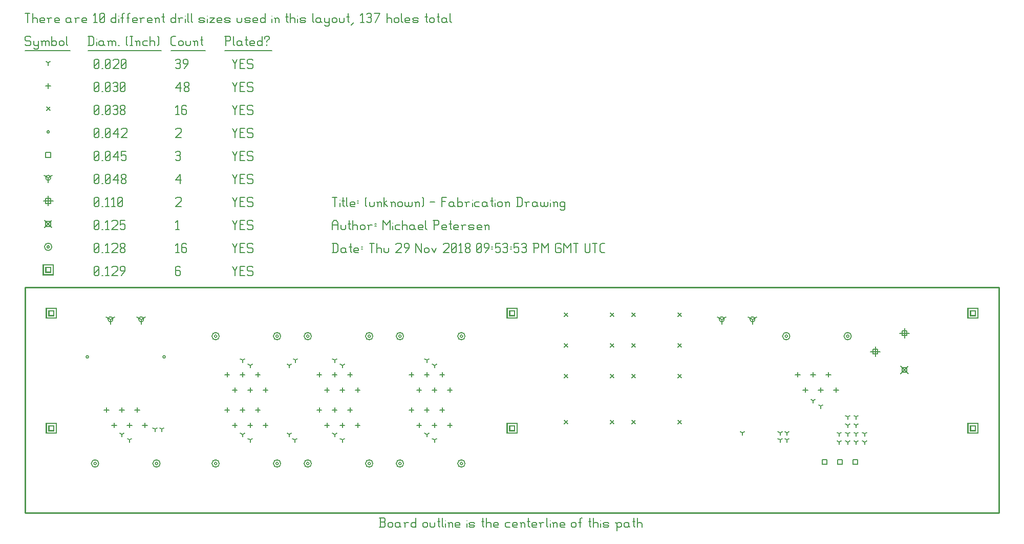
<source format=gbr>
G04 start of page 12 for group -3984 idx -3984 *
G04 Title: (unknown), fab *
G04 Creator: pcb 20140316 *
G04 CreationDate: Thu 29 Nov 2018 09:53:53 PM GMT UTC *
G04 For: railfan *
G04 Format: Gerber/RS-274X *
G04 PCB-Dimensions (mil): 6340.00 1470.00 *
G04 PCB-Coordinate-Origin: lower left *
%MOIN*%
%FSLAX25Y25*%
%LNFAB*%
%ADD107C,0.0100*%
%ADD106C,0.0075*%
%ADD105C,0.0060*%
%ADD104R,0.0080X0.0080*%
G54D104*X15400Y131600D02*X18600D01*
X15400D02*Y128400D01*
X18600D01*
Y131600D02*Y128400D01*
X13800Y133200D02*X20200D01*
X13800D02*Y126800D01*
X20200D01*
Y133200D02*Y126800D01*
X15400Y56600D02*X18600D01*
X15400D02*Y53400D01*
X18600D01*
Y56600D02*Y53400D01*
X13800Y58200D02*X20200D01*
X13800D02*Y51800D01*
X20200D01*
Y58200D02*Y51800D01*
X615400Y131600D02*X618600D01*
X615400D02*Y128400D01*
X618600D01*
Y131600D02*Y128400D01*
X613800Y133200D02*X620200D01*
X613800D02*Y126800D01*
X620200D01*
Y133200D02*Y126800D01*
X615400Y56600D02*X618600D01*
X615400D02*Y53400D01*
X618600D01*
Y56600D02*Y53400D01*
X613800Y58200D02*X620200D01*
X613800D02*Y51800D01*
X620200D01*
Y58200D02*Y51800D01*
X315400Y56600D02*X318600D01*
X315400D02*Y53400D01*
X318600D01*
Y56600D02*Y53400D01*
X313800Y58200D02*X320200D01*
X313800D02*Y51800D01*
X320200D01*
Y58200D02*Y51800D01*
X315400Y131600D02*X318600D01*
X315400D02*Y128400D01*
X318600D01*
Y131600D02*Y128400D01*
X313800Y133200D02*X320200D01*
X313800D02*Y126800D01*
X320200D01*
Y133200D02*Y126800D01*
X13400Y159850D02*X16600D01*
X13400D02*Y156650D01*
X16600D01*
Y159850D02*Y156650D01*
X11800Y161450D02*X18200D01*
X11800D02*Y155050D01*
X18200D01*
Y161450D02*Y155050D01*
G54D105*X135000Y160500D02*X136500Y157500D01*
X138000Y160500D01*
X136500Y157500D02*Y154500D01*
X139800Y157800D02*X142050D01*
X139800Y154500D02*X142800D01*
X139800Y160500D02*Y154500D01*
Y160500D02*X142800D01*
X147600D02*X148350Y159750D01*
X145350Y160500D02*X147600D01*
X144600Y159750D02*X145350Y160500D01*
X144600Y159750D02*Y158250D01*
X145350Y157500D01*
X147600D01*
X148350Y156750D01*
Y155250D01*
X147600Y154500D02*X148350Y155250D01*
X145350Y154500D02*X147600D01*
X144600Y155250D02*X145350Y154500D01*
X100250Y160500D02*X101000Y159750D01*
X98750Y160500D02*X100250D01*
X98000Y159750D02*X98750Y160500D01*
X98000Y159750D02*Y155250D01*
X98750Y154500D01*
X100250Y157800D02*X101000Y157050D01*
X98000Y157800D02*X100250D01*
X98750Y154500D02*X100250D01*
X101000Y155250D01*
Y157050D02*Y155250D01*
X45000D02*X45750Y154500D01*
X45000Y159750D02*Y155250D01*
Y159750D02*X45750Y160500D01*
X47250D01*
X48000Y159750D01*
Y155250D01*
X47250Y154500D02*X48000Y155250D01*
X45750Y154500D02*X47250D01*
X45000Y156000D02*X48000Y159000D01*
X49800Y154500D02*X50550D01*
X52350Y159300D02*X53550Y160500D01*
Y154500D01*
X52350D02*X54600D01*
X56400Y159750D02*X57150Y160500D01*
X59400D01*
X60150Y159750D01*
Y158250D01*
X56400Y154500D02*X60150Y158250D01*
X56400Y154500D02*X60150D01*
X62700D02*X64950Y157500D01*
Y159750D02*Y157500D01*
X64200Y160500D02*X64950Y159750D01*
X62700Y160500D02*X64200D01*
X61950Y159750D02*X62700Y160500D01*
X61950Y159750D02*Y158250D01*
X62700Y157500D01*
X64950D01*
X44700Y32000D02*G75*G03X46300Y32000I800J0D01*G01*
G75*G03X44700Y32000I-800J0D01*G01*
X43100D02*G75*G03X47900Y32000I2400J0D01*G01*
G75*G03X43100Y32000I-2400J0D01*G01*
X84700D02*G75*G03X86300Y32000I800J0D01*G01*
G75*G03X84700Y32000I-800J0D01*G01*
X83100D02*G75*G03X87900Y32000I2400J0D01*G01*
G75*G03X83100Y32000I-2400J0D01*G01*
X534700Y115000D02*G75*G03X536300Y115000I800J0D01*G01*
G75*G03X534700Y115000I-800J0D01*G01*
X533100D02*G75*G03X537900Y115000I2400J0D01*G01*
G75*G03X533100Y115000I-2400J0D01*G01*
X494700D02*G75*G03X496300Y115000I800J0D01*G01*
G75*G03X494700Y115000I-800J0D01*G01*
X493100D02*G75*G03X497900Y115000I2400J0D01*G01*
G75*G03X493100Y115000I-2400J0D01*G01*
X123200Y32000D02*G75*G03X124800Y32000I800J0D01*G01*
G75*G03X123200Y32000I-800J0D01*G01*
X121600D02*G75*G03X126400Y32000I2400J0D01*G01*
G75*G03X121600Y32000I-2400J0D01*G01*
X163200D02*G75*G03X164800Y32000I800J0D01*G01*
G75*G03X163200Y32000I-800J0D01*G01*
X161600D02*G75*G03X166400Y32000I2400J0D01*G01*
G75*G03X161600Y32000I-2400J0D01*G01*
X163200Y115000D02*G75*G03X164800Y115000I800J0D01*G01*
G75*G03X163200Y115000I-800J0D01*G01*
X161600D02*G75*G03X166400Y115000I2400J0D01*G01*
G75*G03X161600Y115000I-2400J0D01*G01*
X123200D02*G75*G03X124800Y115000I800J0D01*G01*
G75*G03X123200Y115000I-800J0D01*G01*
X121600D02*G75*G03X126400Y115000I2400J0D01*G01*
G75*G03X121600Y115000I-2400J0D01*G01*
X223200D02*G75*G03X224800Y115000I800J0D01*G01*
G75*G03X223200Y115000I-800J0D01*G01*
X221600D02*G75*G03X226400Y115000I2400J0D01*G01*
G75*G03X221600Y115000I-2400J0D01*G01*
X183200D02*G75*G03X184800Y115000I800J0D01*G01*
G75*G03X183200Y115000I-800J0D01*G01*
X181600D02*G75*G03X186400Y115000I2400J0D01*G01*
G75*G03X181600Y115000I-2400J0D01*G01*
X183200Y32000D02*G75*G03X184800Y32000I800J0D01*G01*
G75*G03X183200Y32000I-800J0D01*G01*
X181600D02*G75*G03X186400Y32000I2400J0D01*G01*
G75*G03X181600Y32000I-2400J0D01*G01*
X223200D02*G75*G03X224800Y32000I800J0D01*G01*
G75*G03X223200Y32000I-800J0D01*G01*
X221600D02*G75*G03X226400Y32000I2400J0D01*G01*
G75*G03X221600Y32000I-2400J0D01*G01*
X283200Y115000D02*G75*G03X284800Y115000I800J0D01*G01*
G75*G03X283200Y115000I-800J0D01*G01*
X281600D02*G75*G03X286400Y115000I2400J0D01*G01*
G75*G03X281600Y115000I-2400J0D01*G01*
X243200D02*G75*G03X244800Y115000I800J0D01*G01*
G75*G03X243200Y115000I-800J0D01*G01*
X241600D02*G75*G03X246400Y115000I2400J0D01*G01*
G75*G03X241600Y115000I-2400J0D01*G01*
X243200Y32000D02*G75*G03X244800Y32000I800J0D01*G01*
G75*G03X243200Y32000I-800J0D01*G01*
X241600D02*G75*G03X246400Y32000I2400J0D01*G01*
G75*G03X241600Y32000I-2400J0D01*G01*
X283200D02*G75*G03X284800Y32000I800J0D01*G01*
G75*G03X283200Y32000I-800J0D01*G01*
X281600D02*G75*G03X286400Y32000I2400J0D01*G01*
G75*G03X281600Y32000I-2400J0D01*G01*
X14200Y173250D02*G75*G03X15800Y173250I800J0D01*G01*
G75*G03X14200Y173250I-800J0D01*G01*
X12600D02*G75*G03X17400Y173250I2400J0D01*G01*
G75*G03X12600Y173250I-2400J0D01*G01*
X135000Y175500D02*X136500Y172500D01*
X138000Y175500D01*
X136500Y172500D02*Y169500D01*
X139800Y172800D02*X142050D01*
X139800Y169500D02*X142800D01*
X139800Y175500D02*Y169500D01*
Y175500D02*X142800D01*
X147600D02*X148350Y174750D01*
X145350Y175500D02*X147600D01*
X144600Y174750D02*X145350Y175500D01*
X144600Y174750D02*Y173250D01*
X145350Y172500D01*
X147600D01*
X148350Y171750D01*
Y170250D01*
X147600Y169500D02*X148350Y170250D01*
X145350Y169500D02*X147600D01*
X144600Y170250D02*X145350Y169500D01*
X98000Y174300D02*X99200Y175500D01*
Y169500D01*
X98000D02*X100250D01*
X104300Y175500D02*X105050Y174750D01*
X102800Y175500D02*X104300D01*
X102050Y174750D02*X102800Y175500D01*
X102050Y174750D02*Y170250D01*
X102800Y169500D01*
X104300Y172800D02*X105050Y172050D01*
X102050Y172800D02*X104300D01*
X102800Y169500D02*X104300D01*
X105050Y170250D01*
Y172050D02*Y170250D01*
X45000D02*X45750Y169500D01*
X45000Y174750D02*Y170250D01*
Y174750D02*X45750Y175500D01*
X47250D01*
X48000Y174750D01*
Y170250D01*
X47250Y169500D02*X48000Y170250D01*
X45750Y169500D02*X47250D01*
X45000Y171000D02*X48000Y174000D01*
X49800Y169500D02*X50550D01*
X52350Y174300D02*X53550Y175500D01*
Y169500D01*
X52350D02*X54600D01*
X56400Y174750D02*X57150Y175500D01*
X59400D01*
X60150Y174750D01*
Y173250D01*
X56400Y169500D02*X60150Y173250D01*
X56400Y169500D02*X60150D01*
X61950Y170250D02*X62700Y169500D01*
X61950Y171450D02*Y170250D01*
Y171450D02*X63000Y172500D01*
X63900D01*
X64950Y171450D01*
Y170250D01*
X64200Y169500D02*X64950Y170250D01*
X62700Y169500D02*X64200D01*
X61950Y173550D02*X63000Y172500D01*
X61950Y174750D02*Y173550D01*
Y174750D02*X62700Y175500D01*
X64200D01*
X64950Y174750D01*
Y173550D01*
X63900Y172500D02*X64950Y173550D01*
X570100Y95400D02*X574900Y90600D01*
X570100D02*X574900Y95400D01*
X570900Y94600D02*X574100D01*
X570900D02*Y91400D01*
X574100D01*
Y94600D02*Y91400D01*
X12600Y190650D02*X17400Y185850D01*
X12600D02*X17400Y190650D01*
X13400Y189850D02*X16600D01*
X13400D02*Y186650D01*
X16600D01*
Y189850D02*Y186650D01*
X135000Y190500D02*X136500Y187500D01*
X138000Y190500D01*
X136500Y187500D02*Y184500D01*
X139800Y187800D02*X142050D01*
X139800Y184500D02*X142800D01*
X139800Y190500D02*Y184500D01*
Y190500D02*X142800D01*
X147600D02*X148350Y189750D01*
X145350Y190500D02*X147600D01*
X144600Y189750D02*X145350Y190500D01*
X144600Y189750D02*Y188250D01*
X145350Y187500D01*
X147600D01*
X148350Y186750D01*
Y185250D01*
X147600Y184500D02*X148350Y185250D01*
X145350Y184500D02*X147600D01*
X144600Y185250D02*X145350Y184500D01*
X98000Y189300D02*X99200Y190500D01*
Y184500D01*
X98000D02*X100250D01*
X45000Y185250D02*X45750Y184500D01*
X45000Y189750D02*Y185250D01*
Y189750D02*X45750Y190500D01*
X47250D01*
X48000Y189750D01*
Y185250D01*
X47250Y184500D02*X48000Y185250D01*
X45750Y184500D02*X47250D01*
X45000Y186000D02*X48000Y189000D01*
X49800Y184500D02*X50550D01*
X52350Y189300D02*X53550Y190500D01*
Y184500D01*
X52350D02*X54600D01*
X56400Y189750D02*X57150Y190500D01*
X59400D01*
X60150Y189750D01*
Y188250D01*
X56400Y184500D02*X60150Y188250D01*
X56400Y184500D02*X60150D01*
X61950Y190500D02*X64950D01*
X61950D02*Y187500D01*
X62700Y188250D01*
X64200D01*
X64950Y187500D01*
Y185250D01*
X64200Y184500D02*X64950Y185250D01*
X62700Y184500D02*X64200D01*
X61950Y185250D02*X62700Y184500D01*
X572500Y120200D02*Y113800D01*
X569300Y117000D02*X575700D01*
X570900Y118600D02*X574100D01*
X570900D02*Y115400D01*
X574100D01*
Y118600D02*Y115400D01*
X553500Y108200D02*Y101800D01*
X550300Y105000D02*X556700D01*
X551900Y106600D02*X555100D01*
X551900D02*Y103400D01*
X555100D01*
Y106600D02*Y103400D01*
X15000Y206450D02*Y200050D01*
X11800Y203250D02*X18200D01*
X13400Y204850D02*X16600D01*
X13400D02*Y201650D01*
X16600D01*
Y204850D02*Y201650D01*
X135000Y205500D02*X136500Y202500D01*
X138000Y205500D01*
X136500Y202500D02*Y199500D01*
X139800Y202800D02*X142050D01*
X139800Y199500D02*X142800D01*
X139800Y205500D02*Y199500D01*
Y205500D02*X142800D01*
X147600D02*X148350Y204750D01*
X145350Y205500D02*X147600D01*
X144600Y204750D02*X145350Y205500D01*
X144600Y204750D02*Y203250D01*
X145350Y202500D01*
X147600D01*
X148350Y201750D01*
Y200250D01*
X147600Y199500D02*X148350Y200250D01*
X145350Y199500D02*X147600D01*
X144600Y200250D02*X145350Y199500D01*
X98000Y204750D02*X98750Y205500D01*
X101000D01*
X101750Y204750D01*
Y203250D01*
X98000Y199500D02*X101750Y203250D01*
X98000Y199500D02*X101750D01*
X45000Y200250D02*X45750Y199500D01*
X45000Y204750D02*Y200250D01*
Y204750D02*X45750Y205500D01*
X47250D01*
X48000Y204750D01*
Y200250D01*
X47250Y199500D02*X48000Y200250D01*
X45750Y199500D02*X47250D01*
X45000Y201000D02*X48000Y204000D01*
X49800Y199500D02*X50550D01*
X52350Y204300D02*X53550Y205500D01*
Y199500D01*
X52350D02*X54600D01*
X56400Y204300D02*X57600Y205500D01*
Y199500D01*
X56400D02*X58650D01*
X60450Y200250D02*X61200Y199500D01*
X60450Y204750D02*Y200250D01*
Y204750D02*X61200Y205500D01*
X62700D01*
X63450Y204750D01*
Y200250D01*
X62700Y199500D02*X63450Y200250D01*
X61200Y199500D02*X62700D01*
X60450Y201000D02*X63450Y204000D01*
X75500Y126000D02*Y122800D01*
Y126000D02*X78273Y127600D01*
X75500Y126000D02*X72727Y127600D01*
X73900Y126000D02*G75*G03X77100Y126000I1600J0D01*G01*
G75*G03X73900Y126000I-1600J0D01*G01*
X55500D02*Y122800D01*
Y126000D02*X58273Y127600D01*
X55500Y126000D02*X52727Y127600D01*
X53900Y126000D02*G75*G03X57100Y126000I1600J0D01*G01*
G75*G03X53900Y126000I-1600J0D01*G01*
X473500D02*Y122800D01*
Y126000D02*X476273Y127600D01*
X473500Y126000D02*X470727Y127600D01*
X471900Y126000D02*G75*G03X475100Y126000I1600J0D01*G01*
G75*G03X471900Y126000I-1600J0D01*G01*
X453500D02*Y122800D01*
Y126000D02*X456273Y127600D01*
X453500Y126000D02*X450727Y127600D01*
X451900Y126000D02*G75*G03X455100Y126000I1600J0D01*G01*
G75*G03X451900Y126000I-1600J0D01*G01*
X15000Y218250D02*Y215050D01*
Y218250D02*X17773Y219850D01*
X15000Y218250D02*X12227Y219850D01*
X13400Y218250D02*G75*G03X16600Y218250I1600J0D01*G01*
G75*G03X13400Y218250I-1600J0D01*G01*
X135000Y220500D02*X136500Y217500D01*
X138000Y220500D01*
X136500Y217500D02*Y214500D01*
X139800Y217800D02*X142050D01*
X139800Y214500D02*X142800D01*
X139800Y220500D02*Y214500D01*
Y220500D02*X142800D01*
X147600D02*X148350Y219750D01*
X145350Y220500D02*X147600D01*
X144600Y219750D02*X145350Y220500D01*
X144600Y219750D02*Y218250D01*
X145350Y217500D01*
X147600D01*
X148350Y216750D01*
Y215250D01*
X147600Y214500D02*X148350Y215250D01*
X145350Y214500D02*X147600D01*
X144600Y215250D02*X145350Y214500D01*
X98000Y216750D02*X101000Y220500D01*
X98000Y216750D02*X101750D01*
X101000Y220500D02*Y214500D01*
X45000Y215250D02*X45750Y214500D01*
X45000Y219750D02*Y215250D01*
Y219750D02*X45750Y220500D01*
X47250D01*
X48000Y219750D01*
Y215250D01*
X47250Y214500D02*X48000Y215250D01*
X45750Y214500D02*X47250D01*
X45000Y216000D02*X48000Y219000D01*
X49800Y214500D02*X50550D01*
X52350Y215250D02*X53100Y214500D01*
X52350Y219750D02*Y215250D01*
Y219750D02*X53100Y220500D01*
X54600D01*
X55350Y219750D01*
Y215250D01*
X54600Y214500D02*X55350Y215250D01*
X53100Y214500D02*X54600D01*
X52350Y216000D02*X55350Y219000D01*
X57150Y216750D02*X60150Y220500D01*
X57150Y216750D02*X60900D01*
X60150Y220500D02*Y214500D01*
X62700Y215250D02*X63450Y214500D01*
X62700Y216450D02*Y215250D01*
Y216450D02*X63750Y217500D01*
X64650D01*
X65700Y216450D01*
Y215250D01*
X64950Y214500D02*X65700Y215250D01*
X63450Y214500D02*X64950D01*
X62700Y218550D02*X63750Y217500D01*
X62700Y219750D02*Y218550D01*
Y219750D02*X63450Y220500D01*
X64950D01*
X65700Y219750D01*
Y218550D01*
X64650Y217500D02*X65700Y218550D01*
X518900Y34600D02*X522100D01*
X518900D02*Y31400D01*
X522100D01*
Y34600D02*Y31400D01*
X528900Y34600D02*X532100D01*
X528900D02*Y31400D01*
X532100D01*
Y34600D02*Y31400D01*
X538900Y34600D02*X542100D01*
X538900D02*Y31400D01*
X542100D01*
Y34600D02*Y31400D01*
X13400Y234850D02*X16600D01*
X13400D02*Y231650D01*
X16600D01*
Y234850D02*Y231650D01*
X135000Y235500D02*X136500Y232500D01*
X138000Y235500D01*
X136500Y232500D02*Y229500D01*
X139800Y232800D02*X142050D01*
X139800Y229500D02*X142800D01*
X139800Y235500D02*Y229500D01*
Y235500D02*X142800D01*
X147600D02*X148350Y234750D01*
X145350Y235500D02*X147600D01*
X144600Y234750D02*X145350Y235500D01*
X144600Y234750D02*Y233250D01*
X145350Y232500D01*
X147600D01*
X148350Y231750D01*
Y230250D01*
X147600Y229500D02*X148350Y230250D01*
X145350Y229500D02*X147600D01*
X144600Y230250D02*X145350Y229500D01*
X98000Y234750D02*X98750Y235500D01*
X100250D01*
X101000Y234750D01*
X100250Y229500D02*X101000Y230250D01*
X98750Y229500D02*X100250D01*
X98000Y230250D02*X98750Y229500D01*
Y232800D02*X100250D01*
X101000Y234750D02*Y233550D01*
Y232050D02*Y230250D01*
Y232050D02*X100250Y232800D01*
X101000Y233550D02*X100250Y232800D01*
X45000Y230250D02*X45750Y229500D01*
X45000Y234750D02*Y230250D01*
Y234750D02*X45750Y235500D01*
X47250D01*
X48000Y234750D01*
Y230250D01*
X47250Y229500D02*X48000Y230250D01*
X45750Y229500D02*X47250D01*
X45000Y231000D02*X48000Y234000D01*
X49800Y229500D02*X50550D01*
X52350Y230250D02*X53100Y229500D01*
X52350Y234750D02*Y230250D01*
Y234750D02*X53100Y235500D01*
X54600D01*
X55350Y234750D01*
Y230250D01*
X54600Y229500D02*X55350Y230250D01*
X53100Y229500D02*X54600D01*
X52350Y231000D02*X55350Y234000D01*
X57150Y231750D02*X60150Y235500D01*
X57150Y231750D02*X60900D01*
X60150Y235500D02*Y229500D01*
X62700Y235500D02*X65700D01*
X62700D02*Y232500D01*
X63450Y233250D01*
X64950D01*
X65700Y232500D01*
Y230250D01*
X64950Y229500D02*X65700Y230250D01*
X63450Y229500D02*X64950D01*
X62700Y230250D02*X63450Y229500D01*
X89700Y101500D02*G75*G03X91300Y101500I800J0D01*G01*
G75*G03X89700Y101500I-800J0D01*G01*
X39700D02*G75*G03X41300Y101500I800J0D01*G01*
G75*G03X39700Y101500I-800J0D01*G01*
X14200Y248250D02*G75*G03X15800Y248250I800J0D01*G01*
G75*G03X14200Y248250I-800J0D01*G01*
X135000Y250500D02*X136500Y247500D01*
X138000Y250500D01*
X136500Y247500D02*Y244500D01*
X139800Y247800D02*X142050D01*
X139800Y244500D02*X142800D01*
X139800Y250500D02*Y244500D01*
Y250500D02*X142800D01*
X147600D02*X148350Y249750D01*
X145350Y250500D02*X147600D01*
X144600Y249750D02*X145350Y250500D01*
X144600Y249750D02*Y248250D01*
X145350Y247500D01*
X147600D01*
X148350Y246750D01*
Y245250D01*
X147600Y244500D02*X148350Y245250D01*
X145350Y244500D02*X147600D01*
X144600Y245250D02*X145350Y244500D01*
X98000Y249750D02*X98750Y250500D01*
X101000D01*
X101750Y249750D01*
Y248250D01*
X98000Y244500D02*X101750Y248250D01*
X98000Y244500D02*X101750D01*
X45000Y245250D02*X45750Y244500D01*
X45000Y249750D02*Y245250D01*
Y249750D02*X45750Y250500D01*
X47250D01*
X48000Y249750D01*
Y245250D01*
X47250Y244500D02*X48000Y245250D01*
X45750Y244500D02*X47250D01*
X45000Y246000D02*X48000Y249000D01*
X49800Y244500D02*X50550D01*
X52350Y245250D02*X53100Y244500D01*
X52350Y249750D02*Y245250D01*
Y249750D02*X53100Y250500D01*
X54600D01*
X55350Y249750D01*
Y245250D01*
X54600Y244500D02*X55350Y245250D01*
X53100Y244500D02*X54600D01*
X52350Y246000D02*X55350Y249000D01*
X57150Y246750D02*X60150Y250500D01*
X57150Y246750D02*X60900D01*
X60150Y250500D02*Y244500D01*
X62700Y249750D02*X63450Y250500D01*
X65700D01*
X66450Y249750D01*
Y248250D01*
X62700Y244500D02*X66450Y248250D01*
X62700Y244500D02*X66450D01*
X424800Y60200D02*X427200Y57800D01*
X424800D02*X427200Y60200D01*
X424800Y90200D02*X427200Y87800D01*
X424800D02*X427200Y90200D01*
X424800Y110200D02*X427200Y107800D01*
X424800D02*X427200Y110200D01*
X424800Y130200D02*X427200Y127800D01*
X424800D02*X427200Y130200D01*
X394800D02*X397200Y127800D01*
X394800D02*X397200Y130200D01*
X394800Y110200D02*X397200Y107800D01*
X394800D02*X397200Y110200D01*
X394800Y90200D02*X397200Y87800D01*
X394800D02*X397200Y90200D01*
X394800Y60200D02*X397200Y57800D01*
X394800D02*X397200Y60200D01*
X380800D02*X383200Y57800D01*
X380800D02*X383200Y60200D01*
X380800Y90200D02*X383200Y87800D01*
X380800D02*X383200Y90200D01*
X380800Y110200D02*X383200Y107800D01*
X380800D02*X383200Y110200D01*
X380800Y130200D02*X383200Y127800D01*
X380800D02*X383200Y130200D01*
X350800D02*X353200Y127800D01*
X350800D02*X353200Y130200D01*
X350800Y110200D02*X353200Y107800D01*
X350800D02*X353200Y110200D01*
X350800Y90200D02*X353200Y87800D01*
X350800D02*X353200Y90200D01*
X350800Y60200D02*X353200Y57800D01*
X350800D02*X353200Y60200D01*
X13800Y264450D02*X16200Y262050D01*
X13800D02*X16200Y264450D01*
X135000Y265500D02*X136500Y262500D01*
X138000Y265500D01*
X136500Y262500D02*Y259500D01*
X139800Y262800D02*X142050D01*
X139800Y259500D02*X142800D01*
X139800Y265500D02*Y259500D01*
Y265500D02*X142800D01*
X147600D02*X148350Y264750D01*
X145350Y265500D02*X147600D01*
X144600Y264750D02*X145350Y265500D01*
X144600Y264750D02*Y263250D01*
X145350Y262500D01*
X147600D01*
X148350Y261750D01*
Y260250D01*
X147600Y259500D02*X148350Y260250D01*
X145350Y259500D02*X147600D01*
X144600Y260250D02*X145350Y259500D01*
X98000Y264300D02*X99200Y265500D01*
Y259500D01*
X98000D02*X100250D01*
X104300Y265500D02*X105050Y264750D01*
X102800Y265500D02*X104300D01*
X102050Y264750D02*X102800Y265500D01*
X102050Y264750D02*Y260250D01*
X102800Y259500D01*
X104300Y262800D02*X105050Y262050D01*
X102050Y262800D02*X104300D01*
X102800Y259500D02*X104300D01*
X105050Y260250D01*
Y262050D02*Y260250D01*
X45000D02*X45750Y259500D01*
X45000Y264750D02*Y260250D01*
Y264750D02*X45750Y265500D01*
X47250D01*
X48000Y264750D01*
Y260250D01*
X47250Y259500D02*X48000Y260250D01*
X45750Y259500D02*X47250D01*
X45000Y261000D02*X48000Y264000D01*
X49800Y259500D02*X50550D01*
X52350Y260250D02*X53100Y259500D01*
X52350Y264750D02*Y260250D01*
Y264750D02*X53100Y265500D01*
X54600D01*
X55350Y264750D01*
Y260250D01*
X54600Y259500D02*X55350Y260250D01*
X53100Y259500D02*X54600D01*
X52350Y261000D02*X55350Y264000D01*
X57150Y264750D02*X57900Y265500D01*
X59400D01*
X60150Y264750D01*
X59400Y259500D02*X60150Y260250D01*
X57900Y259500D02*X59400D01*
X57150Y260250D02*X57900Y259500D01*
Y262800D02*X59400D01*
X60150Y264750D02*Y263550D01*
Y262050D02*Y260250D01*
Y262050D02*X59400Y262800D01*
X60150Y263550D02*X59400Y262800D01*
X61950Y260250D02*X62700Y259500D01*
X61950Y261450D02*Y260250D01*
Y261450D02*X63000Y262500D01*
X63900D01*
X64950Y261450D01*
Y260250D01*
X64200Y259500D02*X64950Y260250D01*
X62700Y259500D02*X64200D01*
X61950Y263550D02*X63000Y262500D01*
X61950Y264750D02*Y263550D01*
Y264750D02*X62700Y265500D01*
X64200D01*
X64950Y264750D01*
Y263550D01*
X63900Y262500D02*X64950Y263550D01*
X53000Y68600D02*Y65400D01*
X51400Y67000D02*X54600D01*
X58000Y58600D02*Y55400D01*
X56400Y57000D02*X59600D01*
X63000Y68600D02*Y65400D01*
X61400Y67000D02*X64600D01*
X68000Y58600D02*Y55400D01*
X66400Y57000D02*X69600D01*
X73000Y68600D02*Y65400D01*
X71400Y67000D02*X74600D01*
X78000Y58600D02*Y55400D01*
X76400Y57000D02*X79600D01*
X528000Y81600D02*Y78400D01*
X526400Y80000D02*X529600D01*
X523000Y91600D02*Y88400D01*
X521400Y90000D02*X524600D01*
X518000Y81600D02*Y78400D01*
X516400Y80000D02*X519600D01*
X513000Y91600D02*Y88400D01*
X511400Y90000D02*X514600D01*
X508000Y81600D02*Y78400D01*
X506400Y80000D02*X509600D01*
X503000Y91600D02*Y88400D01*
X501400Y90000D02*X504600D01*
X131500Y68600D02*Y65400D01*
X129900Y67000D02*X133100D01*
X136500Y58600D02*Y55400D01*
X134900Y57000D02*X138100D01*
X141500Y68600D02*Y65400D01*
X139900Y67000D02*X143100D01*
X146500Y58600D02*Y55400D01*
X144900Y57000D02*X148100D01*
X151500Y68600D02*Y65400D01*
X149900Y67000D02*X153100D01*
X156500Y58600D02*Y55400D01*
X154900Y57000D02*X158100D01*
X156500Y81600D02*Y78400D01*
X154900Y80000D02*X158100D01*
X151500Y91600D02*Y88400D01*
X149900Y90000D02*X153100D01*
X146500Y81600D02*Y78400D01*
X144900Y80000D02*X148100D01*
X141500Y91600D02*Y88400D01*
X139900Y90000D02*X143100D01*
X136500Y81600D02*Y78400D01*
X134900Y80000D02*X138100D01*
X131500Y91600D02*Y88400D01*
X129900Y90000D02*X133100D01*
X216500Y81600D02*Y78400D01*
X214900Y80000D02*X218100D01*
X211500Y91600D02*Y88400D01*
X209900Y90000D02*X213100D01*
X206500Y81600D02*Y78400D01*
X204900Y80000D02*X208100D01*
X201500Y91600D02*Y88400D01*
X199900Y90000D02*X203100D01*
X196500Y81600D02*Y78400D01*
X194900Y80000D02*X198100D01*
X191500Y91600D02*Y88400D01*
X189900Y90000D02*X193100D01*
X191500Y68600D02*Y65400D01*
X189900Y67000D02*X193100D01*
X196500Y58600D02*Y55400D01*
X194900Y57000D02*X198100D01*
X201500Y68600D02*Y65400D01*
X199900Y67000D02*X203100D01*
X206500Y58600D02*Y55400D01*
X204900Y57000D02*X208100D01*
X211500Y68600D02*Y65400D01*
X209900Y67000D02*X213100D01*
X216500Y58600D02*Y55400D01*
X214900Y57000D02*X218100D01*
X276500Y81600D02*Y78400D01*
X274900Y80000D02*X278100D01*
X271500Y91600D02*Y88400D01*
X269900Y90000D02*X273100D01*
X266500Y81600D02*Y78400D01*
X264900Y80000D02*X268100D01*
X261500Y91600D02*Y88400D01*
X259900Y90000D02*X263100D01*
X256500Y81600D02*Y78400D01*
X254900Y80000D02*X258100D01*
X251500Y91600D02*Y88400D01*
X249900Y90000D02*X253100D01*
X251500Y68600D02*Y65400D01*
X249900Y67000D02*X253100D01*
X256500Y58600D02*Y55400D01*
X254900Y57000D02*X258100D01*
X261500Y68600D02*Y65400D01*
X259900Y67000D02*X263100D01*
X266500Y58600D02*Y55400D01*
X264900Y57000D02*X268100D01*
X271500Y68600D02*Y65400D01*
X269900Y67000D02*X273100D01*
X276500Y58600D02*Y55400D01*
X274900Y57000D02*X278100D01*
X15000Y279850D02*Y276650D01*
X13400Y278250D02*X16600D01*
X135000Y280500D02*X136500Y277500D01*
X138000Y280500D01*
X136500Y277500D02*Y274500D01*
X139800Y277800D02*X142050D01*
X139800Y274500D02*X142800D01*
X139800Y280500D02*Y274500D01*
Y280500D02*X142800D01*
X147600D02*X148350Y279750D01*
X145350Y280500D02*X147600D01*
X144600Y279750D02*X145350Y280500D01*
X144600Y279750D02*Y278250D01*
X145350Y277500D01*
X147600D01*
X148350Y276750D01*
Y275250D01*
X147600Y274500D02*X148350Y275250D01*
X145350Y274500D02*X147600D01*
X144600Y275250D02*X145350Y274500D01*
X98000Y276750D02*X101000Y280500D01*
X98000Y276750D02*X101750D01*
X101000Y280500D02*Y274500D01*
X103550Y275250D02*X104300Y274500D01*
X103550Y276450D02*Y275250D01*
Y276450D02*X104600Y277500D01*
X105500D01*
X106550Y276450D01*
Y275250D01*
X105800Y274500D02*X106550Y275250D01*
X104300Y274500D02*X105800D01*
X103550Y278550D02*X104600Y277500D01*
X103550Y279750D02*Y278550D01*
Y279750D02*X104300Y280500D01*
X105800D01*
X106550Y279750D01*
Y278550D01*
X105500Y277500D02*X106550Y278550D01*
X45000Y275250D02*X45750Y274500D01*
X45000Y279750D02*Y275250D01*
Y279750D02*X45750Y280500D01*
X47250D01*
X48000Y279750D01*
Y275250D01*
X47250Y274500D02*X48000Y275250D01*
X45750Y274500D02*X47250D01*
X45000Y276000D02*X48000Y279000D01*
X49800Y274500D02*X50550D01*
X52350Y275250D02*X53100Y274500D01*
X52350Y279750D02*Y275250D01*
Y279750D02*X53100Y280500D01*
X54600D01*
X55350Y279750D01*
Y275250D01*
X54600Y274500D02*X55350Y275250D01*
X53100Y274500D02*X54600D01*
X52350Y276000D02*X55350Y279000D01*
X57150Y279750D02*X57900Y280500D01*
X59400D01*
X60150Y279750D01*
X59400Y274500D02*X60150Y275250D01*
X57900Y274500D02*X59400D01*
X57150Y275250D02*X57900Y274500D01*
Y277800D02*X59400D01*
X60150Y279750D02*Y278550D01*
Y277050D02*Y275250D01*
Y277050D02*X59400Y277800D01*
X60150Y278550D02*X59400Y277800D01*
X61950Y275250D02*X62700Y274500D01*
X61950Y279750D02*Y275250D01*
Y279750D02*X62700Y280500D01*
X64200D01*
X64950Y279750D01*
Y275250D01*
X64200Y274500D02*X64950Y275250D01*
X62700Y274500D02*X64200D01*
X61950Y276000D02*X64950Y279000D01*
X63000Y51000D02*Y49400D01*
Y51000D02*X64387Y51800D01*
X63000Y51000D02*X61613Y51800D01*
X68000Y47500D02*Y45900D01*
Y47500D02*X69387Y48300D01*
X68000Y47500D02*X66613Y48300D01*
X535500Y62500D02*Y60900D01*
Y62500D02*X536887Y63300D01*
X535500Y62500D02*X534113Y63300D01*
X541000Y62500D02*Y60900D01*
Y62500D02*X542387Y63300D01*
X541000Y62500D02*X539613Y63300D01*
X541000Y57000D02*Y55400D01*
Y57000D02*X542387Y57800D01*
X541000Y57000D02*X539613Y57800D01*
X535500Y57000D02*Y55400D01*
Y57000D02*X536887Y57800D01*
X535500Y57000D02*X534113Y57800D01*
X535500Y51500D02*Y49900D01*
Y51500D02*X536887Y52300D01*
X535500Y51500D02*X534113Y52300D01*
X541000Y51500D02*Y49900D01*
Y51500D02*X542387Y52300D01*
X541000Y51500D02*X539613Y52300D01*
X535500Y46000D02*Y44400D01*
Y46000D02*X536887Y46800D01*
X535500Y46000D02*X534113Y46800D01*
X541000Y46000D02*Y44400D01*
Y46000D02*X542387Y46800D01*
X541000Y46000D02*X539613Y46800D01*
X530000Y51500D02*Y49900D01*
Y51500D02*X531387Y52300D01*
X530000Y51500D02*X528613Y52300D01*
X530000Y46000D02*Y44400D01*
Y46000D02*X531387Y46800D01*
X530000Y46000D02*X528613Y46800D01*
X546500Y51500D02*Y49900D01*
Y51500D02*X547887Y52300D01*
X546500Y51500D02*X545113Y52300D01*
X546500Y46000D02*Y44400D01*
Y46000D02*X547887Y46800D01*
X546500Y46000D02*X545113Y46800D01*
X513000Y73000D02*Y71400D01*
Y73000D02*X514387Y73800D01*
X513000Y73000D02*X511613Y73800D01*
X518000Y69500D02*Y67900D01*
Y69500D02*X519387Y70300D01*
X518000Y69500D02*X516613Y70300D01*
X84500Y54500D02*Y52900D01*
Y54500D02*X85887Y55300D01*
X84500Y54500D02*X83113Y55300D01*
X467000Y52000D02*Y50400D01*
Y52000D02*X468387Y52800D01*
X467000Y52000D02*X465613Y52800D01*
X172000Y51000D02*Y49400D01*
Y51000D02*X173387Y51800D01*
X172000Y51000D02*X170613Y51800D01*
X175500Y47500D02*Y45900D01*
Y47500D02*X176887Y48300D01*
X175500Y47500D02*X174113Y48300D01*
X172000Y96000D02*Y94400D01*
Y96000D02*X173387Y96800D01*
X172000Y96000D02*X170613Y96800D01*
X176000Y99500D02*Y97900D01*
Y99500D02*X177387Y100300D01*
X176000Y99500D02*X174613Y100300D01*
X261500Y51000D02*Y49400D01*
Y51000D02*X262887Y51800D01*
X261500Y51000D02*X260113Y51800D01*
X266500Y47500D02*Y45900D01*
Y47500D02*X267887Y48300D01*
X266500Y47500D02*X265113Y48300D01*
X491500Y52000D02*Y50400D01*
Y52000D02*X492887Y52800D01*
X491500Y52000D02*X490113Y52800D01*
X496000Y52000D02*Y50400D01*
Y52000D02*X497387Y52800D01*
X496000Y52000D02*X494613Y52800D01*
X496000Y47500D02*Y45900D01*
Y47500D02*X497387Y48300D01*
X496000Y47500D02*X494613Y48300D01*
X491500Y47500D02*Y45900D01*
Y47500D02*X492887Y48300D01*
X491500Y47500D02*X490113Y48300D01*
X89000Y54500D02*Y52900D01*
Y54500D02*X90387Y55300D01*
X89000Y54500D02*X87613Y55300D01*
X201500Y51000D02*Y49400D01*
Y51000D02*X202887Y51800D01*
X201500Y51000D02*X200113Y51800D01*
X206500Y47500D02*Y45900D01*
Y47500D02*X207887Y48300D01*
X206500Y47500D02*X205113Y48300D01*
X141500Y51000D02*Y49400D01*
Y51000D02*X142887Y51800D01*
X141500Y51000D02*X140113Y51800D01*
X146500Y47500D02*Y45900D01*
Y47500D02*X147887Y48300D01*
X146500Y47500D02*X145113Y48300D01*
X141500Y99500D02*Y97900D01*
Y99500D02*X142887Y100300D01*
X141500Y99500D02*X140113Y100300D01*
X146500Y96000D02*Y94400D01*
Y96000D02*X147887Y96800D01*
X146500Y96000D02*X145113Y96800D01*
X201500Y99500D02*Y97900D01*
Y99500D02*X202887Y100300D01*
X201500Y99500D02*X200113Y100300D01*
X206500Y96000D02*Y94400D01*
Y96000D02*X207887Y96800D01*
X206500Y96000D02*X205113Y96800D01*
X261500Y99500D02*Y97900D01*
Y99500D02*X262887Y100300D01*
X261500Y99500D02*X260113Y100300D01*
X266500Y96000D02*Y94400D01*
Y96000D02*X267887Y96800D01*
X266500Y96000D02*X265113Y96800D01*
X15000Y293250D02*Y291650D01*
Y293250D02*X16387Y294050D01*
X15000Y293250D02*X13613Y294050D01*
X135000Y295500D02*X136500Y292500D01*
X138000Y295500D01*
X136500Y292500D02*Y289500D01*
X139800Y292800D02*X142050D01*
X139800Y289500D02*X142800D01*
X139800Y295500D02*Y289500D01*
Y295500D02*X142800D01*
X147600D02*X148350Y294750D01*
X145350Y295500D02*X147600D01*
X144600Y294750D02*X145350Y295500D01*
X144600Y294750D02*Y293250D01*
X145350Y292500D01*
X147600D01*
X148350Y291750D01*
Y290250D01*
X147600Y289500D02*X148350Y290250D01*
X145350Y289500D02*X147600D01*
X144600Y290250D02*X145350Y289500D01*
X98000Y294750D02*X98750Y295500D01*
X100250D01*
X101000Y294750D01*
X100250Y289500D02*X101000Y290250D01*
X98750Y289500D02*X100250D01*
X98000Y290250D02*X98750Y289500D01*
Y292800D02*X100250D01*
X101000Y294750D02*Y293550D01*
Y292050D02*Y290250D01*
Y292050D02*X100250Y292800D01*
X101000Y293550D02*X100250Y292800D01*
X103550Y289500D02*X105800Y292500D01*
Y294750D02*Y292500D01*
X105050Y295500D02*X105800Y294750D01*
X103550Y295500D02*X105050D01*
X102800Y294750D02*X103550Y295500D01*
X102800Y294750D02*Y293250D01*
X103550Y292500D01*
X105800D01*
X45000Y290250D02*X45750Y289500D01*
X45000Y294750D02*Y290250D01*
Y294750D02*X45750Y295500D01*
X47250D01*
X48000Y294750D01*
Y290250D01*
X47250Y289500D02*X48000Y290250D01*
X45750Y289500D02*X47250D01*
X45000Y291000D02*X48000Y294000D01*
X49800Y289500D02*X50550D01*
X52350Y290250D02*X53100Y289500D01*
X52350Y294750D02*Y290250D01*
Y294750D02*X53100Y295500D01*
X54600D01*
X55350Y294750D01*
Y290250D01*
X54600Y289500D02*X55350Y290250D01*
X53100Y289500D02*X54600D01*
X52350Y291000D02*X55350Y294000D01*
X57150Y294750D02*X57900Y295500D01*
X60150D01*
X60900Y294750D01*
Y293250D01*
X57150Y289500D02*X60900Y293250D01*
X57150Y289500D02*X60900D01*
X62700Y290250D02*X63450Y289500D01*
X62700Y294750D02*Y290250D01*
Y294750D02*X63450Y295500D01*
X64950D01*
X65700Y294750D01*
Y290250D01*
X64950Y289500D02*X65700Y290250D01*
X63450Y289500D02*X64950D01*
X62700Y291000D02*X65700Y294000D01*
X3000Y310500D02*X3750Y309750D01*
X750Y310500D02*X3000D01*
X0Y309750D02*X750Y310500D01*
X0Y309750D02*Y308250D01*
X750Y307500D01*
X3000D01*
X3750Y306750D01*
Y305250D01*
X3000Y304500D02*X3750Y305250D01*
X750Y304500D02*X3000D01*
X0Y305250D02*X750Y304500D01*
X5550Y307500D02*Y305250D01*
X6300Y304500D01*
X8550Y307500D02*Y303000D01*
X7800Y302250D02*X8550Y303000D01*
X6300Y302250D02*X7800D01*
X5550Y303000D02*X6300Y302250D01*
Y304500D02*X7800D01*
X8550Y305250D01*
X11100Y306750D02*Y304500D01*
Y306750D02*X11850Y307500D01*
X12600D01*
X13350Y306750D01*
Y304500D01*
Y306750D02*X14100Y307500D01*
X14850D01*
X15600Y306750D01*
Y304500D01*
X10350Y307500D02*X11100Y306750D01*
X17400Y310500D02*Y304500D01*
Y305250D02*X18150Y304500D01*
X19650D01*
X20400Y305250D01*
Y306750D02*Y305250D01*
X19650Y307500D02*X20400Y306750D01*
X18150Y307500D02*X19650D01*
X17400Y306750D02*X18150Y307500D01*
X22200Y306750D02*Y305250D01*
Y306750D02*X22950Y307500D01*
X24450D01*
X25200Y306750D01*
Y305250D01*
X24450Y304500D02*X25200Y305250D01*
X22950Y304500D02*X24450D01*
X22200Y305250D02*X22950Y304500D01*
X27000Y310500D02*Y305250D01*
X27750Y304500D01*
X0Y301250D02*X29250D01*
X41750Y310500D02*Y304500D01*
X43700Y310500D02*X44750Y309450D01*
Y305550D01*
X43700Y304500D02*X44750Y305550D01*
X41000Y304500D02*X43700D01*
X41000Y310500D02*X43700D01*
G54D106*X46550Y309000D02*Y308850D01*
G54D105*Y306750D02*Y304500D01*
X50300Y307500D02*X51050Y306750D01*
X48800Y307500D02*X50300D01*
X48050Y306750D02*X48800Y307500D01*
X48050Y306750D02*Y305250D01*
X48800Y304500D01*
X51050Y307500D02*Y305250D01*
X51800Y304500D01*
X48800D02*X50300D01*
X51050Y305250D01*
X54350Y306750D02*Y304500D01*
Y306750D02*X55100Y307500D01*
X55850D01*
X56600Y306750D01*
Y304500D01*
Y306750D02*X57350Y307500D01*
X58100D01*
X58850Y306750D01*
Y304500D01*
X53600Y307500D02*X54350Y306750D01*
X60650Y304500D02*X61400D01*
X65900Y305250D02*X66650Y304500D01*
X65900Y309750D02*X66650Y310500D01*
X65900Y309750D02*Y305250D01*
X68450Y310500D02*X69950D01*
X69200D02*Y304500D01*
X68450D02*X69950D01*
X72500Y306750D02*Y304500D01*
Y306750D02*X73250Y307500D01*
X74000D01*
X74750Y306750D01*
Y304500D01*
X71750Y307500D02*X72500Y306750D01*
X77300Y307500D02*X79550D01*
X76550Y306750D02*X77300Y307500D01*
X76550Y306750D02*Y305250D01*
X77300Y304500D01*
X79550D01*
X81350Y310500D02*Y304500D01*
Y306750D02*X82100Y307500D01*
X83600D01*
X84350Y306750D01*
Y304500D01*
X86150Y310500D02*X86900Y309750D01*
Y305250D01*
X86150Y304500D02*X86900Y305250D01*
X41000Y301250D02*X88700D01*
X96050Y304500D02*X98000D01*
X95000Y305550D02*X96050Y304500D01*
X95000Y309450D02*Y305550D01*
Y309450D02*X96050Y310500D01*
X98000D01*
X99800Y306750D02*Y305250D01*
Y306750D02*X100550Y307500D01*
X102050D01*
X102800Y306750D01*
Y305250D01*
X102050Y304500D02*X102800Y305250D01*
X100550Y304500D02*X102050D01*
X99800Y305250D02*X100550Y304500D01*
X104600Y307500D02*Y305250D01*
X105350Y304500D01*
X106850D01*
X107600Y305250D01*
Y307500D02*Y305250D01*
X110150Y306750D02*Y304500D01*
Y306750D02*X110900Y307500D01*
X111650D01*
X112400Y306750D01*
Y304500D01*
X109400Y307500D02*X110150Y306750D01*
X114950Y310500D02*Y305250D01*
X115700Y304500D01*
X114200Y308250D02*X115700D01*
X95000Y301250D02*X117200D01*
X130750Y310500D02*Y304500D01*
X130000Y310500D02*X133000D01*
X133750Y309750D01*
Y308250D01*
X133000Y307500D02*X133750Y308250D01*
X130750Y307500D02*X133000D01*
X135550Y310500D02*Y305250D01*
X136300Y304500D01*
X140050Y307500D02*X140800Y306750D01*
X138550Y307500D02*X140050D01*
X137800Y306750D02*X138550Y307500D01*
X137800Y306750D02*Y305250D01*
X138550Y304500D01*
X140800Y307500D02*Y305250D01*
X141550Y304500D01*
X138550D02*X140050D01*
X140800Y305250D01*
X144100Y310500D02*Y305250D01*
X144850Y304500D01*
X143350Y308250D02*X144850D01*
X147100Y304500D02*X149350D01*
X146350Y305250D02*X147100Y304500D01*
X146350Y306750D02*Y305250D01*
Y306750D02*X147100Y307500D01*
X148600D01*
X149350Y306750D01*
X146350Y306000D02*X149350D01*
Y306750D02*Y306000D01*
X154150Y310500D02*Y304500D01*
X153400D02*X154150Y305250D01*
X151900Y304500D02*X153400D01*
X151150Y305250D02*X151900Y304500D01*
X151150Y306750D02*Y305250D01*
Y306750D02*X151900Y307500D01*
X153400D01*
X154150Y306750D01*
X157450Y307500D02*Y306750D01*
Y305250D02*Y304500D01*
X155950Y309750D02*Y309000D01*
Y309750D02*X156700Y310500D01*
X158200D01*
X158950Y309750D01*
Y309000D01*
X157450Y307500D02*X158950Y309000D01*
X130000Y301250D02*X160750D01*
X0Y325500D02*X3000D01*
X1500D02*Y319500D01*
X4800Y325500D02*Y319500D01*
Y321750D02*X5550Y322500D01*
X7050D01*
X7800Y321750D01*
Y319500D01*
X10350D02*X12600D01*
X9600Y320250D02*X10350Y319500D01*
X9600Y321750D02*Y320250D01*
Y321750D02*X10350Y322500D01*
X11850D01*
X12600Y321750D01*
X9600Y321000D02*X12600D01*
Y321750D02*Y321000D01*
X15150Y321750D02*Y319500D01*
Y321750D02*X15900Y322500D01*
X17400D01*
X14400D02*X15150Y321750D01*
X19950Y319500D02*X22200D01*
X19200Y320250D02*X19950Y319500D01*
X19200Y321750D02*Y320250D01*
Y321750D02*X19950Y322500D01*
X21450D01*
X22200Y321750D01*
X19200Y321000D02*X22200D01*
Y321750D02*Y321000D01*
X28950Y322500D02*X29700Y321750D01*
X27450Y322500D02*X28950D01*
X26700Y321750D02*X27450Y322500D01*
X26700Y321750D02*Y320250D01*
X27450Y319500D01*
X29700Y322500D02*Y320250D01*
X30450Y319500D01*
X27450D02*X28950D01*
X29700Y320250D01*
X33000Y321750D02*Y319500D01*
Y321750D02*X33750Y322500D01*
X35250D01*
X32250D02*X33000Y321750D01*
X37800Y319500D02*X40050D01*
X37050Y320250D02*X37800Y319500D01*
X37050Y321750D02*Y320250D01*
Y321750D02*X37800Y322500D01*
X39300D01*
X40050Y321750D01*
X37050Y321000D02*X40050D01*
Y321750D02*Y321000D01*
X44550Y324300D02*X45750Y325500D01*
Y319500D01*
X44550D02*X46800D01*
X48600Y320250D02*X49350Y319500D01*
X48600Y324750D02*Y320250D01*
Y324750D02*X49350Y325500D01*
X50850D01*
X51600Y324750D01*
Y320250D01*
X50850Y319500D02*X51600Y320250D01*
X49350Y319500D02*X50850D01*
X48600Y321000D02*X51600Y324000D01*
X59100Y325500D02*Y319500D01*
X58350D02*X59100Y320250D01*
X56850Y319500D02*X58350D01*
X56100Y320250D02*X56850Y319500D01*
X56100Y321750D02*Y320250D01*
Y321750D02*X56850Y322500D01*
X58350D01*
X59100Y321750D01*
G54D106*X60900Y324000D02*Y323850D01*
G54D105*Y321750D02*Y319500D01*
X63150Y324750D02*Y319500D01*
Y324750D02*X63900Y325500D01*
X64650D01*
X62400Y322500D02*X63900D01*
X66900Y324750D02*Y319500D01*
Y324750D02*X67650Y325500D01*
X68400D01*
X66150Y322500D02*X67650D01*
X70650Y319500D02*X72900D01*
X69900Y320250D02*X70650Y319500D01*
X69900Y321750D02*Y320250D01*
Y321750D02*X70650Y322500D01*
X72150D01*
X72900Y321750D01*
X69900Y321000D02*X72900D01*
Y321750D02*Y321000D01*
X75450Y321750D02*Y319500D01*
Y321750D02*X76200Y322500D01*
X77700D01*
X74700D02*X75450Y321750D01*
X80250Y319500D02*X82500D01*
X79500Y320250D02*X80250Y319500D01*
X79500Y321750D02*Y320250D01*
Y321750D02*X80250Y322500D01*
X81750D01*
X82500Y321750D01*
X79500Y321000D02*X82500D01*
Y321750D02*Y321000D01*
X85050Y321750D02*Y319500D01*
Y321750D02*X85800Y322500D01*
X86550D01*
X87300Y321750D01*
Y319500D01*
X84300Y322500D02*X85050Y321750D01*
X89850Y325500D02*Y320250D01*
X90600Y319500D01*
X89100Y323250D02*X90600D01*
X97800Y325500D02*Y319500D01*
X97050D02*X97800Y320250D01*
X95550Y319500D02*X97050D01*
X94800Y320250D02*X95550Y319500D01*
X94800Y321750D02*Y320250D01*
Y321750D02*X95550Y322500D01*
X97050D01*
X97800Y321750D01*
X100350D02*Y319500D01*
Y321750D02*X101100Y322500D01*
X102600D01*
X99600D02*X100350Y321750D01*
G54D106*X104400Y324000D02*Y323850D01*
G54D105*Y321750D02*Y319500D01*
X105900Y325500D02*Y320250D01*
X106650Y319500D01*
X108150Y325500D02*Y320250D01*
X108900Y319500D01*
X113850D02*X116100D01*
X116850Y320250D01*
X116100Y321000D02*X116850Y320250D01*
X113850Y321000D02*X116100D01*
X113100Y321750D02*X113850Y321000D01*
X113100Y321750D02*X113850Y322500D01*
X116100D01*
X116850Y321750D01*
X113100Y320250D02*X113850Y319500D01*
G54D106*X118650Y324000D02*Y323850D01*
G54D105*Y321750D02*Y319500D01*
X120150Y322500D02*X123150D01*
X120150Y319500D02*X123150Y322500D01*
X120150Y319500D02*X123150D01*
X125700D02*X127950D01*
X124950Y320250D02*X125700Y319500D01*
X124950Y321750D02*Y320250D01*
Y321750D02*X125700Y322500D01*
X127200D01*
X127950Y321750D01*
X124950Y321000D02*X127950D01*
Y321750D02*Y321000D01*
X130500Y319500D02*X132750D01*
X133500Y320250D01*
X132750Y321000D02*X133500Y320250D01*
X130500Y321000D02*X132750D01*
X129750Y321750D02*X130500Y321000D01*
X129750Y321750D02*X130500Y322500D01*
X132750D01*
X133500Y321750D01*
X129750Y320250D02*X130500Y319500D01*
X138000Y322500D02*Y320250D01*
X138750Y319500D01*
X140250D01*
X141000Y320250D01*
Y322500D02*Y320250D01*
X143550Y319500D02*X145800D01*
X146550Y320250D01*
X145800Y321000D02*X146550Y320250D01*
X143550Y321000D02*X145800D01*
X142800Y321750D02*X143550Y321000D01*
X142800Y321750D02*X143550Y322500D01*
X145800D01*
X146550Y321750D01*
X142800Y320250D02*X143550Y319500D01*
X149100D02*X151350D01*
X148350Y320250D02*X149100Y319500D01*
X148350Y321750D02*Y320250D01*
Y321750D02*X149100Y322500D01*
X150600D01*
X151350Y321750D01*
X148350Y321000D02*X151350D01*
Y321750D02*Y321000D01*
X156150Y325500D02*Y319500D01*
X155400D02*X156150Y320250D01*
X153900Y319500D02*X155400D01*
X153150Y320250D02*X153900Y319500D01*
X153150Y321750D02*Y320250D01*
Y321750D02*X153900Y322500D01*
X155400D01*
X156150Y321750D01*
G54D106*X160650Y324000D02*Y323850D01*
G54D105*Y321750D02*Y319500D01*
X162900Y321750D02*Y319500D01*
Y321750D02*X163650Y322500D01*
X164400D01*
X165150Y321750D01*
Y319500D01*
X162150Y322500D02*X162900Y321750D01*
X170400Y325500D02*Y320250D01*
X171150Y319500D01*
X169650Y323250D02*X171150D01*
X172650Y325500D02*Y319500D01*
Y321750D02*X173400Y322500D01*
X174900D01*
X175650Y321750D01*
Y319500D01*
G54D106*X177450Y324000D02*Y323850D01*
G54D105*Y321750D02*Y319500D01*
X179700D02*X181950D01*
X182700Y320250D01*
X181950Y321000D02*X182700Y320250D01*
X179700Y321000D02*X181950D01*
X178950Y321750D02*X179700Y321000D01*
X178950Y321750D02*X179700Y322500D01*
X181950D01*
X182700Y321750D01*
X178950Y320250D02*X179700Y319500D01*
X187200Y325500D02*Y320250D01*
X187950Y319500D01*
X191700Y322500D02*X192450Y321750D01*
X190200Y322500D02*X191700D01*
X189450Y321750D02*X190200Y322500D01*
X189450Y321750D02*Y320250D01*
X190200Y319500D01*
X192450Y322500D02*Y320250D01*
X193200Y319500D01*
X190200D02*X191700D01*
X192450Y320250D01*
X195000Y322500D02*Y320250D01*
X195750Y319500D01*
X198000Y322500D02*Y318000D01*
X197250Y317250D02*X198000Y318000D01*
X195750Y317250D02*X197250D01*
X195000Y318000D02*X195750Y317250D01*
Y319500D02*X197250D01*
X198000Y320250D01*
X199800Y321750D02*Y320250D01*
Y321750D02*X200550Y322500D01*
X202050D01*
X202800Y321750D01*
Y320250D01*
X202050Y319500D02*X202800Y320250D01*
X200550Y319500D02*X202050D01*
X199800Y320250D02*X200550Y319500D01*
X204600Y322500D02*Y320250D01*
X205350Y319500D01*
X206850D01*
X207600Y320250D01*
Y322500D02*Y320250D01*
X210150Y325500D02*Y320250D01*
X210900Y319500D01*
X209400Y323250D02*X210900D01*
X212400Y318000D02*X213900Y319500D01*
X218400Y324300D02*X219600Y325500D01*
Y319500D01*
X218400D02*X220650D01*
X222450Y324750D02*X223200Y325500D01*
X224700D01*
X225450Y324750D01*
X224700Y319500D02*X225450Y320250D01*
X223200Y319500D02*X224700D01*
X222450Y320250D02*X223200Y319500D01*
Y322800D02*X224700D01*
X225450Y324750D02*Y323550D01*
Y322050D02*Y320250D01*
Y322050D02*X224700Y322800D01*
X225450Y323550D02*X224700Y322800D01*
X228000Y319500D02*X231000Y325500D01*
X227250D02*X231000D01*
X235500D02*Y319500D01*
Y321750D02*X236250Y322500D01*
X237750D01*
X238500Y321750D01*
Y319500D01*
X240300Y321750D02*Y320250D01*
Y321750D02*X241050Y322500D01*
X242550D01*
X243300Y321750D01*
Y320250D01*
X242550Y319500D02*X243300Y320250D01*
X241050Y319500D02*X242550D01*
X240300Y320250D02*X241050Y319500D01*
X245100Y325500D02*Y320250D01*
X245850Y319500D01*
X248100D02*X250350D01*
X247350Y320250D02*X248100Y319500D01*
X247350Y321750D02*Y320250D01*
Y321750D02*X248100Y322500D01*
X249600D01*
X250350Y321750D01*
X247350Y321000D02*X250350D01*
Y321750D02*Y321000D01*
X252900Y319500D02*X255150D01*
X255900Y320250D01*
X255150Y321000D02*X255900Y320250D01*
X252900Y321000D02*X255150D01*
X252150Y321750D02*X252900Y321000D01*
X252150Y321750D02*X252900Y322500D01*
X255150D01*
X255900Y321750D01*
X252150Y320250D02*X252900Y319500D01*
X261150Y325500D02*Y320250D01*
X261900Y319500D01*
X260400Y323250D02*X261900D01*
X263400Y321750D02*Y320250D01*
Y321750D02*X264150Y322500D01*
X265650D01*
X266400Y321750D01*
Y320250D01*
X265650Y319500D02*X266400Y320250D01*
X264150Y319500D02*X265650D01*
X263400Y320250D02*X264150Y319500D01*
X268950Y325500D02*Y320250D01*
X269700Y319500D01*
X268200Y323250D02*X269700D01*
X273450Y322500D02*X274200Y321750D01*
X271950Y322500D02*X273450D01*
X271200Y321750D02*X271950Y322500D01*
X271200Y321750D02*Y320250D01*
X271950Y319500D01*
X274200Y322500D02*Y320250D01*
X274950Y319500D01*
X271950D02*X273450D01*
X274200Y320250D01*
X276750Y325500D02*Y320250D01*
X277500Y319500D01*
G54D107*X0Y147000D02*X634000D01*
Y0D01*
X0D01*
Y147000D01*
G54D105*X230675Y-9500D02*X233675D01*
X234425Y-8750D01*
Y-6950D02*Y-8750D01*
X233675Y-6200D02*X234425Y-6950D01*
X231425Y-6200D02*X233675D01*
X231425Y-3500D02*Y-9500D01*
X230675Y-3500D02*X233675D01*
X234425Y-4250D01*
Y-5450D01*
X233675Y-6200D02*X234425Y-5450D01*
X236225Y-7250D02*Y-8750D01*
Y-7250D02*X236975Y-6500D01*
X238475D01*
X239225Y-7250D01*
Y-8750D01*
X238475Y-9500D02*X239225Y-8750D01*
X236975Y-9500D02*X238475D01*
X236225Y-8750D02*X236975Y-9500D01*
X243275Y-6500D02*X244025Y-7250D01*
X241775Y-6500D02*X243275D01*
X241025Y-7250D02*X241775Y-6500D01*
X241025Y-7250D02*Y-8750D01*
X241775Y-9500D01*
X244025Y-6500D02*Y-8750D01*
X244775Y-9500D01*
X241775D02*X243275D01*
X244025Y-8750D01*
X247325Y-7250D02*Y-9500D01*
Y-7250D02*X248075Y-6500D01*
X249575D01*
X246575D02*X247325Y-7250D01*
X254375Y-3500D02*Y-9500D01*
X253625D02*X254375Y-8750D01*
X252125Y-9500D02*X253625D01*
X251375Y-8750D02*X252125Y-9500D01*
X251375Y-7250D02*Y-8750D01*
Y-7250D02*X252125Y-6500D01*
X253625D01*
X254375Y-7250D01*
X258875D02*Y-8750D01*
Y-7250D02*X259625Y-6500D01*
X261125D01*
X261875Y-7250D01*
Y-8750D01*
X261125Y-9500D02*X261875Y-8750D01*
X259625Y-9500D02*X261125D01*
X258875Y-8750D02*X259625Y-9500D01*
X263675Y-6500D02*Y-8750D01*
X264425Y-9500D01*
X265925D01*
X266675Y-8750D01*
Y-6500D02*Y-8750D01*
X269225Y-3500D02*Y-8750D01*
X269975Y-9500D01*
X268475Y-5750D02*X269975D01*
X271475Y-3500D02*Y-8750D01*
X272225Y-9500D01*
G54D106*X273725Y-5000D02*Y-5150D01*
G54D105*Y-7250D02*Y-9500D01*
X275975Y-7250D02*Y-9500D01*
Y-7250D02*X276725Y-6500D01*
X277475D01*
X278225Y-7250D01*
Y-9500D01*
X275225Y-6500D02*X275975Y-7250D01*
X280775Y-9500D02*X283025D01*
X280025Y-8750D02*X280775Y-9500D01*
X280025Y-7250D02*Y-8750D01*
Y-7250D02*X280775Y-6500D01*
X282275D01*
X283025Y-7250D01*
X280025Y-8000D02*X283025D01*
Y-7250D02*Y-8000D01*
G54D106*X287525Y-5000D02*Y-5150D01*
G54D105*Y-7250D02*Y-9500D01*
X289775D02*X292025D01*
X292775Y-8750D01*
X292025Y-8000D02*X292775Y-8750D01*
X289775Y-8000D02*X292025D01*
X289025Y-7250D02*X289775Y-8000D01*
X289025Y-7250D02*X289775Y-6500D01*
X292025D01*
X292775Y-7250D01*
X289025Y-8750D02*X289775Y-9500D01*
X298025Y-3500D02*Y-8750D01*
X298775Y-9500D01*
X297275Y-5750D02*X298775D01*
X300275Y-3500D02*Y-9500D01*
Y-7250D02*X301025Y-6500D01*
X302525D01*
X303275Y-7250D01*
Y-9500D01*
X305825D02*X308075D01*
X305075Y-8750D02*X305825Y-9500D01*
X305075Y-7250D02*Y-8750D01*
Y-7250D02*X305825Y-6500D01*
X307325D01*
X308075Y-7250D01*
X305075Y-8000D02*X308075D01*
Y-7250D02*Y-8000D01*
X313325Y-6500D02*X315575D01*
X312575Y-7250D02*X313325Y-6500D01*
X312575Y-7250D02*Y-8750D01*
X313325Y-9500D01*
X315575D01*
X318125D02*X320375D01*
X317375Y-8750D02*X318125Y-9500D01*
X317375Y-7250D02*Y-8750D01*
Y-7250D02*X318125Y-6500D01*
X319625D01*
X320375Y-7250D01*
X317375Y-8000D02*X320375D01*
Y-7250D02*Y-8000D01*
X322925Y-7250D02*Y-9500D01*
Y-7250D02*X323675Y-6500D01*
X324425D01*
X325175Y-7250D01*
Y-9500D01*
X322175Y-6500D02*X322925Y-7250D01*
X327725Y-3500D02*Y-8750D01*
X328475Y-9500D01*
X326975Y-5750D02*X328475D01*
X330725Y-9500D02*X332975D01*
X329975Y-8750D02*X330725Y-9500D01*
X329975Y-7250D02*Y-8750D01*
Y-7250D02*X330725Y-6500D01*
X332225D01*
X332975Y-7250D01*
X329975Y-8000D02*X332975D01*
Y-7250D02*Y-8000D01*
X335525Y-7250D02*Y-9500D01*
Y-7250D02*X336275Y-6500D01*
X337775D01*
X334775D02*X335525Y-7250D01*
X339575Y-3500D02*Y-8750D01*
X340325Y-9500D01*
G54D106*X341825Y-5000D02*Y-5150D01*
G54D105*Y-7250D02*Y-9500D01*
X344075Y-7250D02*Y-9500D01*
Y-7250D02*X344825Y-6500D01*
X345575D01*
X346325Y-7250D01*
Y-9500D01*
X343325Y-6500D02*X344075Y-7250D01*
X348875Y-9500D02*X351125D01*
X348125Y-8750D02*X348875Y-9500D01*
X348125Y-7250D02*Y-8750D01*
Y-7250D02*X348875Y-6500D01*
X350375D01*
X351125Y-7250D01*
X348125Y-8000D02*X351125D01*
Y-7250D02*Y-8000D01*
X355625Y-7250D02*Y-8750D01*
Y-7250D02*X356375Y-6500D01*
X357875D01*
X358625Y-7250D01*
Y-8750D01*
X357875Y-9500D02*X358625Y-8750D01*
X356375Y-9500D02*X357875D01*
X355625Y-8750D02*X356375Y-9500D01*
X361175Y-4250D02*Y-9500D01*
Y-4250D02*X361925Y-3500D01*
X362675D01*
X360425Y-6500D02*X361925D01*
X367625Y-3500D02*Y-8750D01*
X368375Y-9500D01*
X366875Y-5750D02*X368375D01*
X369875Y-3500D02*Y-9500D01*
Y-7250D02*X370625Y-6500D01*
X372125D01*
X372875Y-7250D01*
Y-9500D01*
G54D106*X374675Y-5000D02*Y-5150D01*
G54D105*Y-7250D02*Y-9500D01*
X376925D02*X379175D01*
X379925Y-8750D01*
X379175Y-8000D02*X379925Y-8750D01*
X376925Y-8000D02*X379175D01*
X376175Y-7250D02*X376925Y-8000D01*
X376175Y-7250D02*X376925Y-6500D01*
X379175D01*
X379925Y-7250D01*
X376175Y-8750D02*X376925Y-9500D01*
X385175Y-7250D02*Y-11750D01*
X384425Y-6500D02*X385175Y-7250D01*
X385925Y-6500D01*
X387425D01*
X388175Y-7250D01*
Y-8750D01*
X387425Y-9500D02*X388175Y-8750D01*
X385925Y-9500D02*X387425D01*
X385175Y-8750D02*X385925Y-9500D01*
X392225Y-6500D02*X392975Y-7250D01*
X390725Y-6500D02*X392225D01*
X389975Y-7250D02*X390725Y-6500D01*
X389975Y-7250D02*Y-8750D01*
X390725Y-9500D01*
X392975Y-6500D02*Y-8750D01*
X393725Y-9500D01*
X390725D02*X392225D01*
X392975Y-8750D01*
X396275Y-3500D02*Y-8750D01*
X397025Y-9500D01*
X395525Y-5750D02*X397025D01*
X398525Y-3500D02*Y-9500D01*
Y-7250D02*X399275Y-6500D01*
X400775D01*
X401525Y-7250D01*
Y-9500D01*
X200750Y175500D02*Y169500D01*
X202700Y175500D02*X203750Y174450D01*
Y170550D01*
X202700Y169500D02*X203750Y170550D01*
X200000Y169500D02*X202700D01*
X200000Y175500D02*X202700D01*
X207800Y172500D02*X208550Y171750D01*
X206300Y172500D02*X207800D01*
X205550Y171750D02*X206300Y172500D01*
X205550Y171750D02*Y170250D01*
X206300Y169500D01*
X208550Y172500D02*Y170250D01*
X209300Y169500D01*
X206300D02*X207800D01*
X208550Y170250D01*
X211850Y175500D02*Y170250D01*
X212600Y169500D01*
X211100Y173250D02*X212600D01*
X214850Y169500D02*X217100D01*
X214100Y170250D02*X214850Y169500D01*
X214100Y171750D02*Y170250D01*
Y171750D02*X214850Y172500D01*
X216350D01*
X217100Y171750D01*
X214100Y171000D02*X217100D01*
Y171750D02*Y171000D01*
X218900Y173250D02*X219650D01*
X218900Y171750D02*X219650D01*
X224150Y175500D02*X227150D01*
X225650D02*Y169500D01*
X228950Y175500D02*Y169500D01*
Y171750D02*X229700Y172500D01*
X231200D01*
X231950Y171750D01*
Y169500D01*
X233750Y172500D02*Y170250D01*
X234500Y169500D01*
X236000D01*
X236750Y170250D01*
Y172500D02*Y170250D01*
X241250Y174750D02*X242000Y175500D01*
X244250D01*
X245000Y174750D01*
Y173250D01*
X241250Y169500D02*X245000Y173250D01*
X241250Y169500D02*X245000D01*
X247550D02*X249800Y172500D01*
Y174750D02*Y172500D01*
X249050Y175500D02*X249800Y174750D01*
X247550Y175500D02*X249050D01*
X246800Y174750D02*X247550Y175500D01*
X246800Y174750D02*Y173250D01*
X247550Y172500D01*
X249800D01*
X254300Y175500D02*Y169500D01*
Y175500D02*X258050Y169500D01*
Y175500D02*Y169500D01*
X259850Y171750D02*Y170250D01*
Y171750D02*X260600Y172500D01*
X262100D01*
X262850Y171750D01*
Y170250D01*
X262100Y169500D02*X262850Y170250D01*
X260600Y169500D02*X262100D01*
X259850Y170250D02*X260600Y169500D01*
X264650Y172500D02*X266150Y169500D01*
X267650Y172500D02*X266150Y169500D01*
X272150Y174750D02*X272900Y175500D01*
X275150D01*
X275900Y174750D01*
Y173250D01*
X272150Y169500D02*X275900Y173250D01*
X272150Y169500D02*X275900D01*
X277700Y170250D02*X278450Y169500D01*
X277700Y174750D02*Y170250D01*
Y174750D02*X278450Y175500D01*
X279950D01*
X280700Y174750D01*
Y170250D01*
X279950Y169500D02*X280700Y170250D01*
X278450Y169500D02*X279950D01*
X277700Y171000D02*X280700Y174000D01*
X282500Y174300D02*X283700Y175500D01*
Y169500D01*
X282500D02*X284750D01*
X286550Y170250D02*X287300Y169500D01*
X286550Y171450D02*Y170250D01*
Y171450D02*X287600Y172500D01*
X288500D01*
X289550Y171450D01*
Y170250D01*
X288800Y169500D02*X289550Y170250D01*
X287300Y169500D02*X288800D01*
X286550Y173550D02*X287600Y172500D01*
X286550Y174750D02*Y173550D01*
Y174750D02*X287300Y175500D01*
X288800D01*
X289550Y174750D01*
Y173550D01*
X288500Y172500D02*X289550Y173550D01*
X294050Y170250D02*X294800Y169500D01*
X294050Y174750D02*Y170250D01*
Y174750D02*X294800Y175500D01*
X296300D01*
X297050Y174750D01*
Y170250D01*
X296300Y169500D02*X297050Y170250D01*
X294800Y169500D02*X296300D01*
X294050Y171000D02*X297050Y174000D01*
X299600Y169500D02*X301850Y172500D01*
Y174750D02*Y172500D01*
X301100Y175500D02*X301850Y174750D01*
X299600Y175500D02*X301100D01*
X298850Y174750D02*X299600Y175500D01*
X298850Y174750D02*Y173250D01*
X299600Y172500D01*
X301850D01*
X303650Y173250D02*X304400D01*
X303650Y171750D02*X304400D01*
X306200Y175500D02*X309200D01*
X306200D02*Y172500D01*
X306950Y173250D01*
X308450D01*
X309200Y172500D01*
Y170250D01*
X308450Y169500D02*X309200Y170250D01*
X306950Y169500D02*X308450D01*
X306200Y170250D02*X306950Y169500D01*
X311000Y174750D02*X311750Y175500D01*
X313250D01*
X314000Y174750D01*
X313250Y169500D02*X314000Y170250D01*
X311750Y169500D02*X313250D01*
X311000Y170250D02*X311750Y169500D01*
Y172800D02*X313250D01*
X314000Y174750D02*Y173550D01*
Y172050D02*Y170250D01*
Y172050D02*X313250Y172800D01*
X314000Y173550D02*X313250Y172800D01*
X315800Y173250D02*X316550D01*
X315800Y171750D02*X316550D01*
X318350Y175500D02*X321350D01*
X318350D02*Y172500D01*
X319100Y173250D01*
X320600D01*
X321350Y172500D01*
Y170250D01*
X320600Y169500D02*X321350Y170250D01*
X319100Y169500D02*X320600D01*
X318350Y170250D02*X319100Y169500D01*
X323150Y174750D02*X323900Y175500D01*
X325400D01*
X326150Y174750D01*
X325400Y169500D02*X326150Y170250D01*
X323900Y169500D02*X325400D01*
X323150Y170250D02*X323900Y169500D01*
Y172800D02*X325400D01*
X326150Y174750D02*Y173550D01*
Y172050D02*Y170250D01*
Y172050D02*X325400Y172800D01*
X326150Y173550D02*X325400Y172800D01*
X331400Y175500D02*Y169500D01*
X330650Y175500D02*X333650D01*
X334400Y174750D01*
Y173250D01*
X333650Y172500D02*X334400Y173250D01*
X331400Y172500D02*X333650D01*
X336200Y175500D02*Y169500D01*
Y175500D02*X338450Y172500D01*
X340700Y175500D01*
Y169500D01*
X348200Y175500D02*X348950Y174750D01*
X345950Y175500D02*X348200D01*
X345200Y174750D02*X345950Y175500D01*
X345200Y174750D02*Y170250D01*
X345950Y169500D01*
X348200D01*
X348950Y170250D01*
Y171750D02*Y170250D01*
X348200Y172500D02*X348950Y171750D01*
X346700Y172500D02*X348200D01*
X350750Y175500D02*Y169500D01*
Y175500D02*X353000Y172500D01*
X355250Y175500D01*
Y169500D01*
X357050Y175500D02*X360050D01*
X358550D02*Y169500D01*
X364550Y175500D02*Y170250D01*
X365300Y169500D01*
X366800D01*
X367550Y170250D01*
Y175500D02*Y170250D01*
X369350Y175500D02*X372350D01*
X370850D02*Y169500D01*
X375200D02*X377150D01*
X374150Y170550D02*X375200Y169500D01*
X374150Y174450D02*Y170550D01*
Y174450D02*X375200Y175500D01*
X377150D01*
X200000Y189000D02*Y184500D01*
Y189000D02*X201050Y190500D01*
X202700D01*
X203750Y189000D01*
Y184500D01*
X200000Y187500D02*X203750D01*
X205550D02*Y185250D01*
X206300Y184500D01*
X207800D01*
X208550Y185250D01*
Y187500D02*Y185250D01*
X211100Y190500D02*Y185250D01*
X211850Y184500D01*
X210350Y188250D02*X211850D01*
X213350Y190500D02*Y184500D01*
Y186750D02*X214100Y187500D01*
X215600D01*
X216350Y186750D01*
Y184500D01*
X218150Y186750D02*Y185250D01*
Y186750D02*X218900Y187500D01*
X220400D01*
X221150Y186750D01*
Y185250D01*
X220400Y184500D02*X221150Y185250D01*
X218900Y184500D02*X220400D01*
X218150Y185250D02*X218900Y184500D01*
X223700Y186750D02*Y184500D01*
Y186750D02*X224450Y187500D01*
X225950D01*
X222950D02*X223700Y186750D01*
X227750Y188250D02*X228500D01*
X227750Y186750D02*X228500D01*
X233000Y190500D02*Y184500D01*
Y190500D02*X235250Y187500D01*
X237500Y190500D01*
Y184500D01*
G54D106*X239300Y189000D02*Y188850D01*
G54D105*Y186750D02*Y184500D01*
X241550Y187500D02*X243800D01*
X240800Y186750D02*X241550Y187500D01*
X240800Y186750D02*Y185250D01*
X241550Y184500D01*
X243800D01*
X245600Y190500D02*Y184500D01*
Y186750D02*X246350Y187500D01*
X247850D01*
X248600Y186750D01*
Y184500D01*
X252650Y187500D02*X253400Y186750D01*
X251150Y187500D02*X252650D01*
X250400Y186750D02*X251150Y187500D01*
X250400Y186750D02*Y185250D01*
X251150Y184500D01*
X253400Y187500D02*Y185250D01*
X254150Y184500D01*
X251150D02*X252650D01*
X253400Y185250D01*
X256700Y184500D02*X258950D01*
X255950Y185250D02*X256700Y184500D01*
X255950Y186750D02*Y185250D01*
Y186750D02*X256700Y187500D01*
X258200D01*
X258950Y186750D01*
X255950Y186000D02*X258950D01*
Y186750D02*Y186000D01*
X260750Y190500D02*Y185250D01*
X261500Y184500D01*
X266450Y190500D02*Y184500D01*
X265700Y190500D02*X268700D01*
X269450Y189750D01*
Y188250D01*
X268700Y187500D02*X269450Y188250D01*
X266450Y187500D02*X268700D01*
X272000Y184500D02*X274250D01*
X271250Y185250D02*X272000Y184500D01*
X271250Y186750D02*Y185250D01*
Y186750D02*X272000Y187500D01*
X273500D01*
X274250Y186750D01*
X271250Y186000D02*X274250D01*
Y186750D02*Y186000D01*
X276800Y190500D02*Y185250D01*
X277550Y184500D01*
X276050Y188250D02*X277550D01*
X279800Y184500D02*X282050D01*
X279050Y185250D02*X279800Y184500D01*
X279050Y186750D02*Y185250D01*
Y186750D02*X279800Y187500D01*
X281300D01*
X282050Y186750D01*
X279050Y186000D02*X282050D01*
Y186750D02*Y186000D01*
X284600Y186750D02*Y184500D01*
Y186750D02*X285350Y187500D01*
X286850D01*
X283850D02*X284600Y186750D01*
X289400Y184500D02*X291650D01*
X292400Y185250D01*
X291650Y186000D02*X292400Y185250D01*
X289400Y186000D02*X291650D01*
X288650Y186750D02*X289400Y186000D01*
X288650Y186750D02*X289400Y187500D01*
X291650D01*
X292400Y186750D01*
X288650Y185250D02*X289400Y184500D01*
X294950D02*X297200D01*
X294200Y185250D02*X294950Y184500D01*
X294200Y186750D02*Y185250D01*
Y186750D02*X294950Y187500D01*
X296450D01*
X297200Y186750D01*
X294200Y186000D02*X297200D01*
Y186750D02*Y186000D01*
X299750Y186750D02*Y184500D01*
Y186750D02*X300500Y187500D01*
X301250D01*
X302000Y186750D01*
Y184500D01*
X299000Y187500D02*X299750Y186750D01*
X200000Y205500D02*X203000D01*
X201500D02*Y199500D01*
G54D106*X204800Y204000D02*Y203850D01*
G54D105*Y201750D02*Y199500D01*
X207050Y205500D02*Y200250D01*
X207800Y199500D01*
X206300Y203250D02*X207800D01*
X209300Y205500D02*Y200250D01*
X210050Y199500D01*
X212300D02*X214550D01*
X211550Y200250D02*X212300Y199500D01*
X211550Y201750D02*Y200250D01*
Y201750D02*X212300Y202500D01*
X213800D01*
X214550Y201750D01*
X211550Y201000D02*X214550D01*
Y201750D02*Y201000D01*
X216350Y203250D02*X217100D01*
X216350Y201750D02*X217100D01*
X221600Y200250D02*X222350Y199500D01*
X221600Y204750D02*X222350Y205500D01*
X221600Y204750D02*Y200250D01*
X224150Y202500D02*Y200250D01*
X224900Y199500D01*
X226400D01*
X227150Y200250D01*
Y202500D02*Y200250D01*
X229700Y201750D02*Y199500D01*
Y201750D02*X230450Y202500D01*
X231200D01*
X231950Y201750D01*
Y199500D01*
X228950Y202500D02*X229700Y201750D01*
X233750Y205500D02*Y199500D01*
Y201750D02*X236000Y199500D01*
X233750Y201750D02*X235250Y203250D01*
X238550Y201750D02*Y199500D01*
Y201750D02*X239300Y202500D01*
X240050D01*
X240800Y201750D01*
Y199500D01*
X237800Y202500D02*X238550Y201750D01*
X242600D02*Y200250D01*
Y201750D02*X243350Y202500D01*
X244850D01*
X245600Y201750D01*
Y200250D01*
X244850Y199500D02*X245600Y200250D01*
X243350Y199500D02*X244850D01*
X242600Y200250D02*X243350Y199500D01*
X247400Y202500D02*Y200250D01*
X248150Y199500D01*
X248900D01*
X249650Y200250D01*
Y202500D02*Y200250D01*
X250400Y199500D01*
X251150D01*
X251900Y200250D01*
Y202500D02*Y200250D01*
X254450Y201750D02*Y199500D01*
Y201750D02*X255200Y202500D01*
X255950D01*
X256700Y201750D01*
Y199500D01*
X253700Y202500D02*X254450Y201750D01*
X258500Y205500D02*X259250Y204750D01*
Y200250D01*
X258500Y199500D02*X259250Y200250D01*
X263750Y202500D02*X266750D01*
X271250Y205500D02*Y199500D01*
Y205500D02*X274250D01*
X271250Y202800D02*X273500D01*
X278300Y202500D02*X279050Y201750D01*
X276800Y202500D02*X278300D01*
X276050Y201750D02*X276800Y202500D01*
X276050Y201750D02*Y200250D01*
X276800Y199500D01*
X279050Y202500D02*Y200250D01*
X279800Y199500D01*
X276800D02*X278300D01*
X279050Y200250D01*
X281600Y205500D02*Y199500D01*
Y200250D02*X282350Y199500D01*
X283850D01*
X284600Y200250D01*
Y201750D02*Y200250D01*
X283850Y202500D02*X284600Y201750D01*
X282350Y202500D02*X283850D01*
X281600Y201750D02*X282350Y202500D01*
X287150Y201750D02*Y199500D01*
Y201750D02*X287900Y202500D01*
X289400D01*
X286400D02*X287150Y201750D01*
G54D106*X291200Y204000D02*Y203850D01*
G54D105*Y201750D02*Y199500D01*
X293450Y202500D02*X295700D01*
X292700Y201750D02*X293450Y202500D01*
X292700Y201750D02*Y200250D01*
X293450Y199500D01*
X295700D01*
X299750Y202500D02*X300500Y201750D01*
X298250Y202500D02*X299750D01*
X297500Y201750D02*X298250Y202500D01*
X297500Y201750D02*Y200250D01*
X298250Y199500D01*
X300500Y202500D02*Y200250D01*
X301250Y199500D01*
X298250D02*X299750D01*
X300500Y200250D01*
X303800Y205500D02*Y200250D01*
X304550Y199500D01*
X303050Y203250D02*X304550D01*
G54D106*X306050Y204000D02*Y203850D01*
G54D105*Y201750D02*Y199500D01*
X307550Y201750D02*Y200250D01*
Y201750D02*X308300Y202500D01*
X309800D01*
X310550Y201750D01*
Y200250D01*
X309800Y199500D02*X310550Y200250D01*
X308300Y199500D02*X309800D01*
X307550Y200250D02*X308300Y199500D01*
X313100Y201750D02*Y199500D01*
Y201750D02*X313850Y202500D01*
X314600D01*
X315350Y201750D01*
Y199500D01*
X312350Y202500D02*X313100Y201750D01*
X320600Y205500D02*Y199500D01*
X322550Y205500D02*X323600Y204450D01*
Y200550D01*
X322550Y199500D02*X323600Y200550D01*
X319850Y199500D02*X322550D01*
X319850Y205500D02*X322550D01*
X326150Y201750D02*Y199500D01*
Y201750D02*X326900Y202500D01*
X328400D01*
X325400D02*X326150Y201750D01*
X332450Y202500D02*X333200Y201750D01*
X330950Y202500D02*X332450D01*
X330200Y201750D02*X330950Y202500D01*
X330200Y201750D02*Y200250D01*
X330950Y199500D01*
X333200Y202500D02*Y200250D01*
X333950Y199500D01*
X330950D02*X332450D01*
X333200Y200250D01*
X335750Y202500D02*Y200250D01*
X336500Y199500D01*
X337250D01*
X338000Y200250D01*
Y202500D02*Y200250D01*
X338750Y199500D01*
X339500D01*
X340250Y200250D01*
Y202500D02*Y200250D01*
G54D106*X342050Y204000D02*Y203850D01*
G54D105*Y201750D02*Y199500D01*
X344300Y201750D02*Y199500D01*
Y201750D02*X345050Y202500D01*
X345800D01*
X346550Y201750D01*
Y199500D01*
X343550Y202500D02*X344300Y201750D01*
X350600Y202500D02*X351350Y201750D01*
X349100Y202500D02*X350600D01*
X348350Y201750D02*X349100Y202500D01*
X348350Y201750D02*Y200250D01*
X349100Y199500D01*
X350600D01*
X351350Y200250D01*
X348350Y198000D02*X349100Y197250D01*
X350600D01*
X351350Y198000D01*
Y202500D02*Y198000D01*
M02*

</source>
